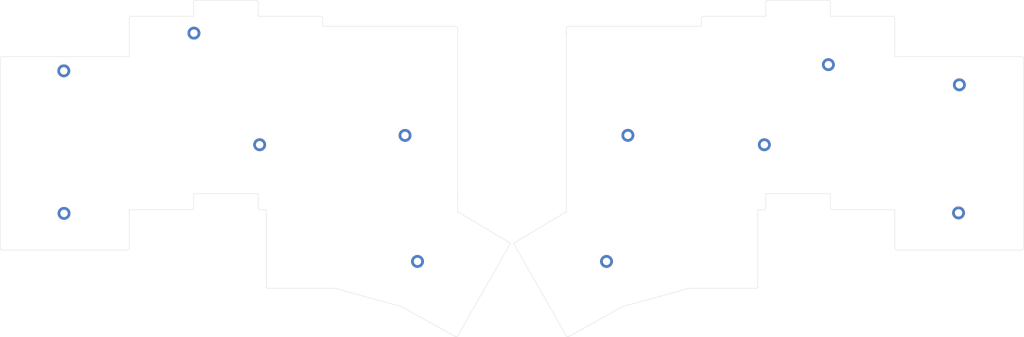
<source format=kicad_pcb>
(kicad_pcb (version 20221018) (generator pcbnew)
  (layers (0 "F.Cu" signal) (31 "B.Cu" signal) (34 "B.Paste" user) (35 "F.Paste" user) (36 "B.SilkS" user "B.Silkscreen") (37 "F.SilkS" user "F.Silkscreen") (38 "B.Mask" user) (39 "F.Mask" user) (44 "Edge.Cuts" user))
  (net 0 "")
  (footprint "MountingHole:MountingHole_2.2mm_M2_DIN965_Pad" (layer "F.Cu") (at 277.893794 115.42089)
    (fp_text reference "H12" hide)
    (fp_text value "MountingHole")
    (pad "1" thru_hole circle (at 0 0) (size 3.8 3.8) (drill 2.2) (layers "*.Cu" "*.Mask"))
  )
  (footprint "MountingHole:MountingHole_2.2mm_M2_DIN965_Pad" (layer "F.Cu") (at 335.50387 97.715258)
    (fp_text reference "H7" hide)
    (fp_text value "MountingHole")
    (pad "1" thru_hole circle (at 0 0) (size 3.8 3.8) (drill 2.2) (layers "*.Cu" "*.Mask"))
  )
  (footprint "MountingHole:MountingHole_2.2mm_M2_DIN965_Pad" (layer "F.Cu") (at 71.004848 135.700822)
    (fp_text reference "H2" hide)
    (fp_text value "MountingHole")
    (pad "1" thru_hole circle (at 0 0) (size 3.8 3.8) (drill 2.2) (layers "*.Cu" "*.Mask"))
  )
  (footprint "MountingHole:MountingHole_2.2mm_M2_DIN965_Pad" (layer "F.Cu") (at 296.808524 91.762126)
    (fp_text reference "H8" hide)
    (fp_text value "MountingHole")
    (pad "1" thru_hole circle (at 0 0) (size 3.8 3.8) (drill 2.2) (layers "*.Cu" "*.Mask"))
  )
  (footprint "MountingHole:MountingHole_2.2mm_M2_DIN965_Pad" (layer "F.Cu") (at 237.574449 112.641128)
    (fp_text reference "H4" hide)
    (fp_text value "MountingHole")
    (pad "1" thru_hole circle (at 0 0) (size 3.8 3.8) (drill 2.2) (layers "*.Cu" "*.Mask"))
  )
  (footprint "MountingHole:MountingHole_2.2mm_M2_DIN965_Pad" (layer "F.Cu") (at 175.424849 149.890821)
    (fp_text reference "H10" hide)
    (fp_text value "MountingHole")
    (pad "1" thru_hole circle (at 0 0) (size 3.8 3.8) (drill 2.2) (layers "*.Cu" "*.Mask"))
  )
  (footprint "MountingHole:MountingHole_2.2mm_M2_DIN965_Pad" (layer "F.Cu") (at 231.263797 149.890904)
    (fp_text reference "H3" hide)
    (fp_text value "MountingHole")
    (pad "1" thru_hole circle (at 0 0) (size 3.8 3.8) (drill 2.2) (layers "*.Cu" "*.Mask"))
  )
  (footprint "MountingHole:MountingHole_2.2mm_M2_DIN965_Pad" (layer "F.Cu") (at 70.934851 93.590824)
    (fp_text reference "H1" hide)
    (fp_text value "MountingHole")
    (pad "1" thru_hole circle (at 0 0) (size 3.8 3.8) (drill 2.2) (layers "*.Cu" "*.Mask"))
  )
  (footprint "MountingHole:MountingHole_2.2mm_M2_DIN965_Pad" (layer "F.Cu") (at 335.259848 135.555825)
    (fp_text reference "H11" hide)
    (fp_text value "MountingHole")
    (pad "1" thru_hole circle (at 0 0) (size 3.8 3.8) (drill 2.2) (layers "*.Cu" "*.Mask"))
  )
  (footprint "MountingHole:MountingHole_2.2mm_M2_DIN965_Pad" (layer "F.Cu") (at 128.794851 115.420825)
    (fp_text reference "H6" hide)
    (fp_text value "MountingHole")
    (pad "1" thru_hole circle (at 0 0) (size 3.8 3.8) (drill 2.2) (layers "*.Cu" "*.Mask"))
  )
  (footprint "MountingHole:MountingHole_2.2mm_M2_DIN965_Pad" (layer "F.Cu") (at 171.745565 112.664684)
    (fp_text reference "H9" hide)
    (fp_text value "MountingHole")
    (pad "1" thru_hole circle (at 0 0) (size 3.8 3.8) (drill 2.2) (layers "*.Cu" "*.Mask"))
  )
  (footprint "MountingHole:MountingHole_2.2mm_M2_DIN965_Pad" (layer "F.Cu") (at 109.374848 82.450824)
    (fp_text reference "H5" hide)
    (fp_text value "MountingHole")
    (pad "1" thru_hole circle (at 0 0) (size 3.8 3.8) (drill 2.2) (layers "*.Cu" "*.Mask"))
  )
  (gr_arc (start 220.013148 172.12938) (mid 219.691848 172.122924) (end 219.417834 171.955018) (stroke (width 0.1)) (layer "Edge.Cuts"))
  (gr_line (start 186.675618 80.451177) (end 147.384962 80.451179) (stroke (width 0.1)) (layer "Edge.Cuts"))
  (gr_arc (start 203.939697 144.744983) (mid 203.985048 144.517179) (end 204.114058 144.324031) (stroke (width 0.1)) (layer "Edge.Cuts"))
  (gr_line (start 187.270932 89.380873) (end 187.270933 88.785562) (stroke (width 0.1)) (layer "Edge.Cuts"))
  (gr_arc (start 52.134883 89.976188) (mid 52.309267 89.555261) (end 52.730193 89.380873) (stroke (width 0.1)) (layer "Edge.Cuts"))
  (gr_arc (start 278.35382 73.307421) (mid 278.528148 72.88644) (end 278.949133 72.71211) (stroke (width 0.1)) (layer "Edge.Cuts"))
  (gr_line (start 219.417833 135.219973) (end 204.114058 144.324031) (stroke (width 0.1)) (layer "Edge.Cuts"))
  (gr_arc (start 128.93026 134.624662) (mid 128.509282 134.450324) (end 128.334945 134.029346) (stroke (width 0.1)) (layer "Edge.Cuts"))
  (gr_line (start 109.284929 73.307423) (end 109.28493 77.474614) (stroke (width 0.1)) (layer "Edge.Cuts"))
  (gr_line (start 187.270932 81.046492) (end 187.270933 88.785562) (stroke (width 0.1)) (layer "Edge.Cuts"))
  (gr_arc (start 146.78965 77.474611) (mid 147.210613 77.648961) (end 147.384958 78.069927) (stroke (width 0.1)) (layer "Edge.Cuts"))
  (gr_line (start 259.303805 80.451177) (end 220.013146 80.451177) (stroke (width 0.1)) (layer "Edge.Cuts"))
  (gr_line (start 202.574708 144.324033) (end 187.270931 135.219976) (stroke (width 0.1)) (layer "Edge.Cuts"))
  (gr_arc (start 131.31151 157.841867) (mid 130.890587 157.667477) (end 130.716197 157.246553) (stroke (width 0.1)) (layer "Edge.Cuts"))
  (gr_line (start 146.78965 77.474611) (end 128.334947 77.474617) (stroke (width 0.1)) (layer "Edge.Cuts"))
  (gr_arc (start 127.739631 72.712108) (mid 128.160604 72.886448) (end 128.334945 73.307421) (stroke (width 0.1)) (layer "Edge.Cuts"))
  (gr_arc (start 90.234913 78.069927) (mid 90.409255 77.648957) (end 90.830224 77.474612) (stroke (width 0.1)) (layer "Edge.Cuts"))
  (gr_line (start 316.453856 134.624661) (end 316.453853 145.93561) (stroke (width 0.1)) (layer "Edge.Cuts"))
  (gr_line (start 109.28493 77.474614) (end 90.830224 77.474612) (stroke (width 0.1)) (layer "Edge.Cuts"))
  (gr_line (start 90.234913 78.069927) (end 90.234913 89.380875) (stroke (width 0.1)) (layer "Edge.Cuts"))
  (gr_line (start 255.73193 157.84187) (end 275.377255 157.841868) (stroke (width 0.1)) (layer "Edge.Cuts"))
  (gr_line (start 90.234911 134.62466) (end 108.689619 134.624658) (stroke (width 0.1)) (layer "Edge.Cuts"))
  (gr_line (start 297.403838 77.474612) (end 297.403834 73.307423) (stroke (width 0.1)) (layer "Edge.Cuts"))
  (gr_arc (start 315.858541 77.474616) (mid 316.279518 77.648959) (end 316.453852 78.069926) (stroke (width 0.1)) (layer "Edge.Cuts"))
  (gr_arc (start 278.353821 134.029347) (mid 278.179383 134.450211) (end 277.758507 134.624658) (stroke (width 0.1)) (layer "Edge.Cuts"))
  (gr_line (start 278.35382 73.307421) (end 278.353818 77.474614) (stroke (width 0.1)) (layer "Edge.Cuts"))
  (gr_line (start 109.284931 129.862156) (end 128.334946 129.862157) (stroke (width 0.1)) (layer "Edge.Cuts"))
  (gr_line (start 275.972566 157.246554) (end 275.972567 134.624662) (stroke (width 0.1)) (layer "Edge.Cuts"))
  (gr_line (start 187.27093 171.955016) (end 202.749069 144.744983) (stroke (width 0.1)) (layer "Edge.Cuts"))
  (gr_line (start 128.334947 77.474617) (end 128.334945 73.307421) (stroke (width 0.1)) (layer "Edge.Cuts"))
  (gr_line (start 130.716197 134.624662) (end 130.716197 157.246553) (stroke (width 0.1)) (layer "Edge.Cuts"))
  (gr_line (start 187.270932 130.457469) (end 187.270932 89.380873) (stroke (width 0.1)) (layer "Edge.Cuts"))
  (gr_line (start 150.956839 157.841865) (end 170.602168 163.199686) (stroke (width 0.1)) (layer "Edge.Cuts"))
  (gr_arc (start 187.27093 171.955016) (mid 186.996921 172.12293) (end 186.675619 172.129381) (stroke (width 0.1)) (layer "Edge.Cuts"))
  (gr_arc (start 275.972566 157.246554) (mid 275.798217 157.667516) (end 275.377255 157.841868) (stroke (width 0.1)) (layer "Edge.Cuts"))
  (gr_line (start 296.808525 72.712107) (end 278.949133 72.71211) (stroke (width 0.1)) (layer "Edge.Cuts"))
  (gr_line (start 90.234913 89.380875) (end 52.730193 89.380873) (stroke (width 0.1)) (layer "Edge.Cuts"))
  (gr_arc (start 109.284929 73.307423) (mid 109.459297 72.886479) (end 109.880241 72.71211) (stroke (width 0.1)) (layer "Edge.Cuts"))
  (gr_line (start 203.939697 144.744983) (end 219.417834 171.955018) (stroke (width 0.1)) (layer "Edge.Cuts"))
  (gr_line (start 128.334946 129.862157) (end 128.334945 134.029346) (stroke (width 0.1)) (layer "Edge.Cuts"))
  (gr_line (start 131.31151 157.841867) (end 150.956839 157.841865) (stroke (width 0.1)) (layer "Edge.Cuts"))
  (gr_line (start 297.999152 134.62466) (end 316.453856 134.624661) (stroke (width 0.1)) (layer "Edge.Cuts"))
  (gr_arc (start 297.999152 134.62466) (mid 297.578245 134.450253) (end 297.403834 134.029346) (stroke (width 0.1)) (layer "Edge.Cuts"))
  (gr_line (start 52.134883 89.976188) (end 52.134882 145.935604) (stroke (width 0.1)) (layer "Edge.Cuts"))
  (gr_arc (start 52.730195 146.530923) (mid 52.309207 146.356594) (end 52.134882 145.935604) (stroke (width 0.1)) (layer "Edge.Cuts"))
  (gr_line (start 170.602168 163.199686) (end 186.675619 172.129381) (stroke (width 0.1)) (layer "Edge.Cuts"))
  (gr_line (start 147.384962 80.451179) (end 147.384958 78.069927) (stroke (width 0.1)) (layer "Edge.Cuts"))
  (gr_arc (start 109.284931 134.029349) (mid 109.110586 134.450315) (end 108.689619 134.624658) (stroke (width 0.1)) (layer "Edge.Cuts"))
  (gr_arc (start 219.417834 81.046491) (mid 219.592226 80.625558) (end 220.013146 80.451177) (stroke (width 0.1)) (layer "Edge.Cuts"))
  (gr_arc (start 186.675618 80.451177) (mid 187.096584 80.625525) (end 187.270932 81.046492) (stroke (width 0.1)) (layer "Edge.Cuts"))
  (gr_line (start 316.453855 89.380873) (end 316.453852 78.069926) (stroke (width 0.1)) (layer "Edge.Cuts"))
  (gr_arc (start 90.234914 145.935606) (mid 90.060565 146.35657) (end 89.639602 146.53092) (stroke (width 0.1)) (layer "Edge.Cuts"))
  (gr_line (start 128.93026 134.624662) (end 130.716197 134.624662) (stroke (width 0.1)) (layer "Edge.Cuts"))
  (gr_line (start 90.234914 145.935606) (end 90.234911 134.62466) (stroke (width 0.1)) (layer "Edge.Cuts"))
  (gr_line (start 219.417835 82.832428) (end 219.417834 81.046491) (stroke (width 0.1)) (layer "Edge.Cuts"))
  (gr_line (start 219.417834 122.623797) (end 219.417833 135.219973) (stroke (width 0.1)) (layer "Edge.Cuts"))
  (gr_line (start 127.739631 72.712108) (end 109.880241 72.71211) (stroke (width 0.1)) (layer "Edge.Cuts"))
  (gr_arc (start 202.574708 144.324033) (mid 202.703789 144.517153) (end 202.749069 144.744983) (stroke (width 0.1)) (layer "Edge.Cuts"))
  (gr_line (start 109.284931 134.029349) (end 109.284931 129.862156) (stroke (width 0.1)) (layer "Edge.Cuts"))
  (gr_line (start 278.35382 129.862156) (end 297.403836 129.862154) (stroke (width 0.1)) (layer "Edge.Cuts"))
  (gr_arc (start 354.553883 145.93561) (mid 354.379515 146.356543) (end 353.95857 146.53092) (stroke (width 0.1)) (layer "Edge.Cuts"))
  (gr_line (start 219.417835 81.93946) (end 219.417834 122.623797) (stroke (width 0.1)) (layer "Edge.Cuts"))
  (gr_arc (start 317.049166 146.530921) (mid 316.628236 146.356547) (end 316.453853 145.93561) (stroke (width 0.1)) (layer "Edge.Cuts"))
  (gr_line (start 354.553883 145.93561) (end 354.553884 89.976183) (stroke (width 0.1)) (layer "Edge.Cuts"))
  (gr_line (start 275.972567 134.624662) (end 277.758507 134.624658) (stroke (width 0.1)) (layer "Edge.Cuts"))
  (gr_line (start 317.049166 146.530921) (end 353.95857 146.53092) (stroke (width 0.1)) (layer "Edge.Cuts"))
  (gr_line (start 259.303808 78.069927) (end 259.303805 80.451177) (stroke (width 0.1)) (layer "Edge.Cuts"))
  (gr_arc (start 353.958571 89.380872) (mid 354.379509 89.555229) (end 354.553884 89.976183) (stroke (width 0.1)) (layer "Edge.Cuts"))
  (gr_line (start 278.353818 77.474614) (end 259.899122 77.47461) (stroke (width 0.1)) (layer "Edge.Cuts"))
  (gr_line (start 278.353821 134.029347) (end 278.35382 129.862156) (stroke (width 0.1)) (layer "Edge.Cuts"))
  (gr_line (start 353.958571 89.380872) (end 316.453855 89.380873) (stroke (width 0.1)) (layer "Edge.Cuts"))
  (gr_line (start 315.858541 77.474616) (end 297.403838 77.474612) (stroke (width 0.1)) (layer "Edge.Cuts"))
  (gr_line (start 52.730195 146.530923) (end 89.639602 146.53092) (stroke (width 0.1)) (layer "Edge.Cuts"))
  (gr_arc (start 296.808525 72.712107) (mid 297.229453 72.886481) (end 297.403834 73.307423) (stroke (width 0.1)) (layer "Edge.Cuts"))
  (gr_line (start 297.403836 129.862154) (end 297.403834 134.029346) (stroke (width 0.1)) (layer "Edge.Cuts"))
  (gr_line (start 236.086598 163.199686) (end 255.73193 157.84187) (stroke (width 0.1)) (layer "Edge.Cuts"))
  (gr_line (start 187.270931 135.219976) (end 187.270932 130.457469) (stroke (width 0.1)) (layer "Edge.Cuts"))
  (gr_line (start 220.013148 172.12938) (end 236.086598 163.199686) (stroke (width 0.1)) (layer "Edge.Cuts"))
  (gr_arc (start 259.303808 78.069927) (mid 259.478193 77.648996) (end 259.899122 77.47461) (stroke (width 0.1)) (layer "Edge.Cuts"))
)
</source>
